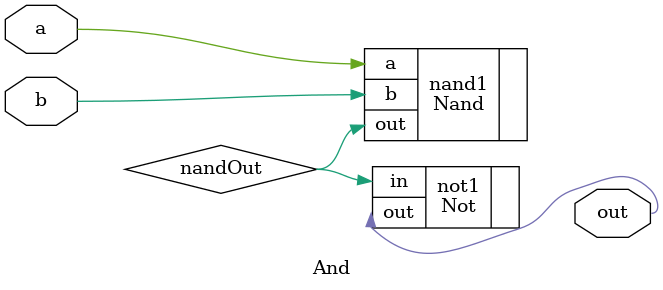
<source format=sv>
/**
 * # And
 *
 * ## author
 * dgkzoo
 */
`default_nettype none
module And(
	input wire a,
	input wire b,
	output wire out);

	wire nandOut;
	Nand nand1(.a(a), .b(b), .out(nandOut));
	Not not1(.in(nandOut), .out(out));
endmodule

</source>
